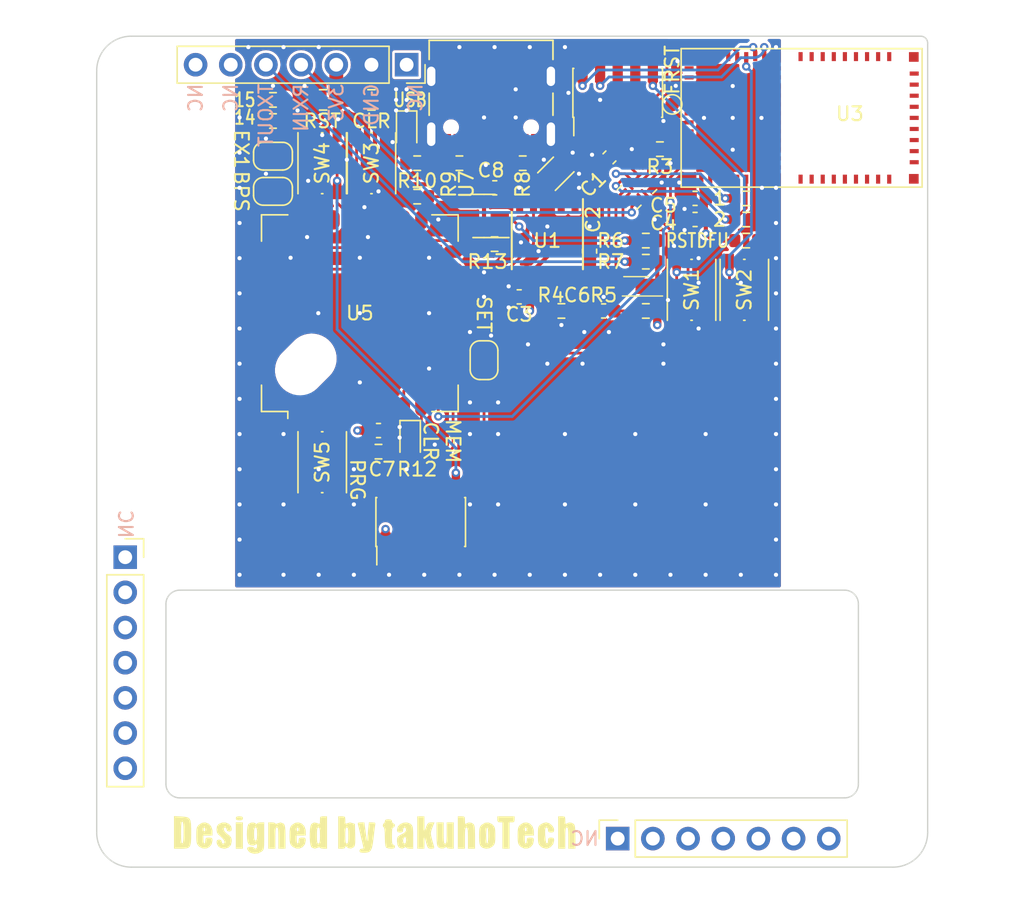
<source format=kicad_pcb>
(kicad_pcb (version 20211014) (generator pcbnew)
  (layers (0 "F.Cu" signal) (1 "In1.Cu" signal) (2 "In2.Cu" signal) (31 "B.Cu" signal) (34 "B.Paste" user) (35 "F.Paste" user) (36 "B.SilkS" user "B.Silkscreen") (37 "F.SilkS" user "F.Silkscreen") (38 "B.Mask" user) (39 "F.Mask" user) (44 "Edge.Cuts" user))
  (net 0 "")
  (net 1 "GND")
  (net 2 "+3.3V")
  (net 3 "/DTR")
  (net 4 "/nRF_RST")
  (net 5 "Net-(D2-Pad2)")
  (net 6 "/SWDIO")
  (net 7 "/SWDCLK")
  (net 8 "/SWO")
  (net 12 "PICO_TX")
  (net 13 "PICO_RX")
  (net 24 "VBUS")
  (net 25 "Net-(J6-PadA5)")
  (net 26 "/D+")
  (net 27 "/D-")
  (net 28 "Net-(J6-PadB5)")
  (net 29 "/SEL0")
  (net 30 "/SEL1")
  (net 31 "/nRF52_TXD")
  (net 32 "Net-(R3-Pad2)")
  (net 33 "Net-(R4-Pad1)")
  (net 34 "/CH340K_TXD")
  (net 37 "/CH340K_RXD")
  (net 38 "TWE_RX_SUB")
  (net 39 "/nRF52_RXD")
  (net 40 "/SDA")
  (net 41 "/DFU")
  (net 43 "/SCL")
  (net 44 "/FRST")
  (net 46 "/TWE_SET")
  (net 51 "Net-(U3-Pad24)")
  (net 52 "Net-(U3-Pad34)")
  (net 88 "TWE_TX_SUB")
  (net 89 "Net-(D3-Pad2)")
  (net 90 "Net-(R12-Pad1)")
  (net 91 "/TWE_CLR")
  (net 92 "/TWE_RST")
  (net 93 "/TWE_PRG")
  (net 94 "TWE_TX")
  (net 98 "TWE_RX")
  (net 102 "/TWE_UART_RTS")
  (net 105 "Net-(R15-Pad2)")
  (net 106 "/EX1")
  (net 107 "/BPS")
  (net 108 "/DIO12")
  (net 109 "Net-(R16-Pad1)")
  (footprint "LOGO:Logo_takuhoTech" (layer "F.Cu") (at 135 127.5)
    (fp_text reference "G***" hide)
    (fp_text value "LOGO" hide)
  )
  (footprint "Jumper:SolderJumper-2_P1.3mm_Open_RoundedPad1.0x1.5mm" (layer "F.Cu") (at 127.728 78.664)
    (fp_text reference "JP1" hide)
    (fp_text value "EX1")
  )
  (footprint "MountingHole:MountingHole_2.2mm_M2" (layer "F.Cu") (at 117.5 72.5)
    (fp_text reference "REF**" hide)
    (fp_text value "MountingHole_2.2mm_M2")
  )
  (footprint "Resistor_SMD:R_0603_1608Metric" (layer "F.Cu") (at 141.19 79.172 180)
    (fp_text reference "R9")
    (fp_text value "5.1k")
  )
  (footprint "Connector_PinSocket_2.54mm:PinSocket_1x07_P2.54mm_Vertical" (layer "F.Cu") (at 117.06 107.62)
    (fp_text reference "J3" hide)
    (fp_text value "Conn_01x07")
  )
  (footprint "Package_DFN_QFN_extlib:Texas_RMG0012A_1.8x1.8mm_P0.4mm" (layer "F.Cu") (at 154.017 81.077 -45)
    (fp_text reference "U2" hide)
    (fp_text value "TMUX131")
  )
  (footprint "Button_Switch_SMD:SW_Push_1P1T_NO_Vertical_Wuerth_434133025816" (layer "F.Cu") (at 157.954 88.316 90)
    (fp_text reference "SW1")
    (fp_text value "nRF_RESET")
  )
  (footprint "Capacitor_SMD:C_0805_2012Metric" (layer "F.Cu") (at 131.35 74.6 180)
    (fp_text reference "C9" hide)
    (fp_text value "10μF35V X5R 2012")
  )
  (footprint "Resistor_SMD:R_0603_1608Metric" (layer "F.Cu") (at 161.9 83.236)
    (fp_text reference "R2" hide)
    (fp_text value "10k")
  )
  (footprint "Capacitor_SMD:C_0603_1608Metric" (layer "F.Cu") (at 143.743 80.95 180)
    (fp_text reference "C8")
    (fp_text value "0.1u")
  )
  (footprint "Resistor_SMD:R_0603_1608Metric" (layer "F.Cu") (at 127.728 76.124 180)
    (fp_text reference "R14" hide)
    (fp_text value "10k")
  )
  (footprint "Button_Switch_SMD:SW_Push_1P1T_NO_Vertical_Wuerth_434133025816" (layer "F.Cu") (at 134.84 79.172 90)
    (fp_text reference "SW3")
    (fp_text value "TWE_CLEAR")
  )
  (footprint "Capacitor_SMD:C_0603_1608Metric" (layer "F.Cu") (at 158.208 81.712 180)
    (fp_text reference "C5")
    (fp_text value "0.1u")
  )
  (footprint "Package_TO_SOT_SMD:SOT-23-5" (layer "F.Cu") (at 142.968 82.982 180)
    (fp_text reference "U7")
    (fp_text value "74AHC1G08")
  )
  (footprint "Button_Switch_SMD:SW_Push_1P1T_NO_Vertical_Wuerth_434133025816" (layer "F.Cu") (at 131.284 79.172 -90)
    (fp_text reference "SW4")
    (fp_text value "TWE_RESET")
  )
  (footprint "Capacitor_SMD:C_0603_1608Metric" (layer "F.Cu") (at 158.208 83.236 180)
    (fp_text reference "C4")
    (fp_text value "1u")
  )
  (footprint "Capacitor_SMD:C_0603_1608Metric" (layer "F.Cu") (at 151.604 89.84)
    (fp_text reference "C6")
    (fp_text value "0.1u")
  )
  (footprint "Button_Switch_SMD:SW_Push_1P1T_NO_Vertical_Wuerth_434133025816" (layer "F.Cu") (at 161.764 88.316 90)
    (fp_text reference "SW2")
    (fp_text value "nRF_DFU")
  )
  (footprint "Capacitor_SMD:C_0805_2012Metric" (layer "F.Cu") (at 134.84 74.6)
    (fp_text reference "C10" hide)
    (fp_text value "10μF35V X5R 2012")
  )
  (footprint "Resistor_SMD:R_0603_1608Metric" (layer "F.Cu") (at 148.556 89.84)
    (fp_text reference "R4")
    (fp_text value "33")
  )
  (footprint "LED_SMD:LED_0603_1608Metric" (layer "F.Cu") (at 137.634 99.238 -90)
    (fp_text reference "D3" hide)
    (fp_text value "TWE_CLEAR")
  )
  (footprint "Connector_PinHeader_1.27mm:PinHeader_2x05_P1.27mm_Vertical_SMD" (layer "F.Cu") (at 152.62 74.092 90)
    (fp_text reference "J1" hide)
    (fp_text value "SWD")
  )
  (footprint "TestPoint:TestPoint_Pad_D1.0mm" (layer "F.Cu") (at 156.557 74.925 90)
    (fp_text reference "TP1" hide)
    (fp_text value "FRST")
  )
  (footprint "Capacitor_SMD:C_0603_1608Metric" (layer "F.Cu") (at 152.025008 78.750992 -135)
    (fp_text reference "C1")
    (fp_text value "0.1u")
  )
  (footprint "Package_TO_SOT_SMD:SOT-666" (layer "F.Cu") (at 148.048 79.934 -135)
    (fp_text reference "U4" hide)
    (fp_text value "USBLC6-2P6")
  )
  (footprint "Capacitor_SMD:C_0603_1608Metric" (layer "F.Cu") (at 135.348 98.476 180)
    (fp_text reference "C7")
    (fp_text value "1u")
  )
  (footprint "CUHS20S30:CUHS20S30" (layer "F.Cu") (at 153.956 88.062 180)
    (fp_text reference "D1" hide)
    (fp_text value "CUHS20S30" hide)
  )
  (footprint "Resistor_SMD:R_0603_1608Metric" (layer "F.Cu") (at 138.142 79.172 180)
    (fp_text reference "R10")
    (fp_text value "1k")
  )
  (footprint "MountingHole:MountingHole_2.2mm_M2" (layer "F.Cu") (at 117.5 127.5)
    (fp_text reference "REF**" hide)
    (fp_text value "MountingHole_2.2mm_M2")
  )
  (footprint "Resistor_SMD:R_0603_1608Metric" (layer "F.Cu") (at 154.652 86.284 180)
    (fp_text reference "R7")
    (fp_text value "10k")
  )
  (footprint "Resistor_SMD:R_0603_1608Metric" (layer "F.Cu") (at 155.668 78.156)
    (fp_text reference "R3")
    (fp_text value "33")
  )
  (footprint "Resistor_SMD:R_0603_1608Metric" (layer "F.Cu") (at 135.348 100)
    (fp_text reference "R12")
    (fp_text value "1k")
  )
  (footprint "RF_Module_extlib:ISP4520-AS_with_Keep-Out" (layer "F.Cu") (at 174.5 71)
    (fp_text reference "U3")
    (fp_text value "ISP4520-AS")
  )
  (footprint "Resistor_SMD:R_0603_1608Metric" (layer "F.Cu") (at 161.9 84.76)
    (fp_text reference "R11" hide)
    (fp_text value "10k")
  )
  (footprint "Jumper:SolderJumper-2_P1.3mm_Open_RoundedPad1.0x1.5mm" (layer "F.Cu") (at 127.728 81.204)
    (fp_text reference "JP2" hide)
    (fp_text value "BPS")
  )
  (footprint "Connector_PinHeader_1.27mm:PinHeader_2x05_P1.27mm_Vertical_SMD" (layer "F.Cu") (at 138.396 105.08 90)
    (fp_text reference "J7" hide)
    (fp_text value "TWELITER")
  )
  (footprint "Resistor_SMD:R_0603_1608Metric" (layer "F.Cu") (at 154.652 89.84 180)
    (fp_text reference "R5")
    (fp_text value "10k")
  )
  (footprint "Resistor_SMD:R_0603_1608Metric" (layer "F.Cu") (at 143.73 85.014)
    (fp_text reference "R13")
    (fp_text value "10k")
  )
  (footprint "Connector_PinSocket_2.54mm:PinSocket_1x07_P2.54mm_Vertical" (layer "F.Cu") (at 152.62 127.94 90)
    (fp_text reference "J4" hide)
    (fp_text value "Conn_01x07")
  )
  (footprint "Resistor_SMD:R_0603_1608Metric" (layer "F.Cu") (at 154.652 84.76 180)
    (fp_text reference "R6")
    (fp_text value "10k")
  )
  (footprint "Capacitor_SMD:C_0603_1608Metric" (layer "F.Cu") (at 150.588 85.522 90)
    (fp_text reference "C2")
    (fp_text value "0.1u")
  )
  (footprint "Resistor_SMD:R_0603_1608Metric" (layer "F.Cu") (at 127.728 74.6 180)
    (fp_text reference "R15" hide)
    (fp_text value "10k")
  )
  (footprint "MountingHole:MountingHole_2.2mm_M2" (layer "F.Cu") (at 172.5 127.5)
    (fp_text reference "REF**" hide)
    (fp_text value "MountingHole_2.2mm_M2")
  )
  (footprint "Button_Switch_SMD:SW_Push_1P1T_NO_Vertical_Wuerth_434133025816" (layer "F.Cu") (at 131.284 100.762 -90)
    (fp_text reference "SW5")
    (fp_text value "TWE_PRG")
  )
  (footprint "Jumper:SolderJumper-2_P1.3mm_Open_RoundedPad1.0x1.5mm" (layer "F.Cu") (at 142.968 93.396 90)
    (fp_text reference "JP3" hide)
    (fp_text value "SET")
  )
  (footprint "Resistor_SMD:R_0603_1608Metric" (layer "F.Cu") (at 161.9 81.712)
    (fp_text reference "R1" hide)
    (fp_text value "10k")
  )
  (footprint "LED_SMD:LED_0603_1608Metric" (layer "F.Cu") (at 137.38 76.886 -90)
    (fp_text reference "D2" hide)
    (fp_text value "USB")
  )
  (footprint "Package_SO:SSOP-10_3.9x4.9mm_P1.00mm" (layer "F.Cu") (at 147.54 84.76 -90)
    (fp_text reference "U1")
    (fp_text value "CH340K")
  )
  (footprint "Resistor_SMD:R_0603_1608Metric" (layer "F.Cu") (at 138.142 81.585 180)
    (fp_text reference "R16" hide)
    (fp_text value "DNF")
  )
  (footprint "Connector_USB_extlib:USB_C_Receptacle_5077CR-16-SMC2-BK-TR" (layer "F.Cu") (at 143.476 75.108 180)
    (fp_text reference "J6" hide)
    (fp_text value "USB_C_Receptacle_USB2.0")
  )
  (footprint "Capacitor_SMD:C_0603_1608Metric" (layer "F.Cu") (at 145.508 88.824 180)
    (fp_text reference "C3")
    (fp_text value "0.1u")
  )
  (footprint "RF_Module:MonoWireless_TWE-L-WX" (layer "F.Cu") (at 134 90 90)
    (fp_text reference "U5")
    (fp_text value "MW-R-WX")
  )
  (footprint "Resistor_SMD:R_0603_1608Metric" (layer "F.Cu") (at 145.762 79.172)
    (fp_text reference "R8")
    (fp_text value "5.1k")
  )
  (footprint "Connector_PinSocket_2.54mm:PinSocket_1x07_P2.54mm_Vertical" (layer "F.Cu") (at 137.38 72.06 -90)
    (fp_text reference "J2" hide)
    (fp_text value "Conn_01x07")
  )
  (gr_arc (start 174.5 70) (mid 174.853553 70.146447) (end 175 70.5) (layer "Edge.Cuts") (width 0.1))
  (gr_arc (start 115 72.5) (mid 115.732233 70.732233) (end 117.5 70) (layer "Edge.Cuts") (width 0.1))
  (gr_line (start 120 111) (end 120 124) (layer "Edge.Cuts") (width 0.1))
  (gr_line (start 169 110) (end 121 110) (layer "Edge.Cuts") (width 0.1))
  (gr_arc (start 175 127.5) (mid 174.267767 129.267767) (end 172.5 130) (layer "Edge.Cuts") (width 0.1))
  (gr_arc (start 170 124) (mid 169.707107 124.707107) (end 169 125) (layer "Edge.Cuts") (width 0.1))
  (gr_line (start 169 125) (end 121 125) (layer "Edge.Cuts") (width 0.1))
  (gr_line (start 117.5 70) (end 174.5 70) (layer "Edge.Cuts") (width 0.1))
  (gr_arc (start 117.5 130) (mid 115.732233 129.267767) (end 115 127.5) (layer "Edge.Cuts") (width 0.1))
  (gr_line (start 117.5 130) (end 172.5 130) (layer "Edge.Cuts") (width 0.1))
  (gr_line (start 170 124) (end 170 111) (layer "Edge.Cuts") (width 0.1))
  (gr_line (start 175 70.5) (end 175 127.5) (layer "Edge.Cuts") (width 0.1))
  (gr_line (start 115 127.5) (end 115 72.5) (layer "Edge.Cuts") (width 0.1))
  (gr_arc (start 120 111) (mid 120.292893 110.292893) (end 121 110) (layer "Edge.Cuts") (width 0.1))
  (gr_arc (start 121 125) (mid 120.292893 124.707107) (end 120 124) (layer "Edge.Cuts") (width 0.1))
  (gr_arc (start 169 110) (mid 169.707107 110.292893) (end 170 111) (layer "Edge.Cuts") (width 0.1))
  (gr_text "NC" (at 124.68 73.33 90) (layer "B.SilkS") (effects (font (size 1 1)) (justify left mirror)))
  (gr_text "3V3" (at 132.3 73.33 90) (layer "B.SilkS") (effects (font (size 1 1)) (justify left mirror)))
  (gr_text "RXIN" (at 129.76 73.33 90) (layer "B.SilkS") (effects (font (size 1 1)) (justify left mirror)))
  (gr_text "TXOUT" (at 127.22 73.33 90) (layer "B.SilkS") (effects (font (size 1 1)) (justify left mirror)))
  (gr_text "NC" (at 138.015 73.33 90) (layer "B.SilkS") (effects (font (size 1 1)) (justify left mirror)))
  (gr_text "NC" (at 151.35 127.94) (layer "B.SilkS") (effects (font (size 1 1)) (justify left mirror)))
  (gr_text "NC" (at 117.06 106.35 270) (layer "B.SilkS") (effects (font (size 1 1)) (justify left mirror)))
  (gr_text "NC" (at 122.14 73.33 90) (layer "B.SilkS") (effects (font (size 1 1)) (justify left mirror)))
  (gr_text "GND" (at 134.84 73.33 90) (layer "B.SilkS") (effects (font (size 1 1)) (justify left mirror)))
  (gr_text "2" (at 159.986 83.236) (layer "F.SilkS") (effects (font (size 1 1))))
  (gr_text "USB" (at 137.634 74.6) (layer "F.SilkS") (effects (font (size 1 0.8))))
  (gr_text "1" (at 159.986 81.712) (layer "F.SilkS") (effects (font (size 1 1))))
  (gr_text "DFU" (at 159.478 84.76) (layer "F.SilkS") (effects (font (size 1 0.8))))
  (gr_text "CLR" (at 134.84 76.124) (layer "F.SilkS") (effects (font (size 1 1))))
  (gr_text "RST" (at 157.192 84.76) (layer "F.SilkS") (effects (font (size 1 0.8))))
  (gr_text "BPS" (at 125.442 81.204 270) (layer "F.SilkS") (effects (font (size 1 1))))
  (gr_text "MEM\nCLR" (at 139.92 99.238 270) (layer "F.SilkS") (effects (font (size 1 1))))
  (gr_text "FRST" (at 156.557 72.441 90) (layer "F.SilkS") (effects (font (size 1 1))))
  (gr_text "EX1" (at 125.442 78.156 270) (layer "F.SilkS") (effects (font (size 1 1))))
  (gr_text "RST" (at 131.284 76.124) (layer "F.SilkS") (effects (font (size 1 1))))
  (gr_text "15" (at 125.696 74.6) (layer "F.SilkS") (effects (font (size 1 0.8))))
  (gr_text "SET" (at 142.968 90.094 270) (layer "F.SilkS") (effects (font (size 1 1))))
  (gr_text "PRG" (at 133.824 102.032 270) (layer "F.SilkS") (effects (font (size 1 1))))
  (gr_text "14" (at 125.696 75.87) (layer "F.SilkS") (effects (font (size 1 0.8))))
  (via (at 155.795 80.569) (size 0.6) (drill 0.3) (layers "F.Cu" "B.Cu") (net 1))
  (via (at 164.05 88.57) (size 0.6) (drill 0.3) (layers "F.Cu" "B.Cu") (net 1))
  (via (at 134.332 82.347) (size 0.6) (drill 0.3) (layers "F.Cu" "B.Cu") (net 1))
  (via (at 125.95 70.79) (size 0.6) (drill 0.3) (layers "F.Cu" "B.Cu") (net 1))
  (via (at 142.968 88.824) (size 0.6) (drill 0.3) (layers "F.Cu" "B.Cu") (net 1))
  (via (at 146.27 108.89) (size 0.6) (drill 0.3) (layers "F.Cu" "B.Cu") (net 1))
  (via (at 164.05 80.95) (size 0.6) (drill 0.3) (layers "F.Cu" "B.Cu") (net 1))
  (via (at 133.57 103.81) (size 0.6) (drill 0.3) (layers "F.Cu" "B.Cu") (net 1))
  (via (at 137.38 74.6) (size 0.6) (drill 0.3) (layers "F.Cu" "B.Cu") (net 1))
  (via (at 158.97 103.81) (size 0.6) (drill 0.3) (layers "F.Cu" "B.Cu") (net 1))
  (via (at 150.7658 78.5624) (size 0.6) (drill 0.3) (layers "F.Cu" "B.Cu") (net 1))
  (via (at 146.27 70.79) (size 0.6) (drill 0.3) (layers "F.Cu" "B.Cu") (net 1))
  (via (at 146.905 85.522) (size 0.6) (drill 0.3) (layers "F.Cu" "B.Cu") (net 1))
  (via (at 148.81 108.89) (size 0.6) (drill 0.3) (layers "F.Cu" "B.Cu") (net 1))
  (via (at 158.97 98.73) (size 0.6) (drill 0.3) (layers "F.Cu" "B.Cu") (net 1))
  (via (at 163 75.9) (size 0.6) (drill 0.3) (layers "F.Cu" "B.Cu") (net 1))
  (via (at 156.811 73.584) (size 0.6) (drill 0.3) (layers "F.Cu" "B.Cu") (net 1))
  (via (at 164.05 103.81) (size 0.6) (drill 0.3) (layers "F.Cu" "B.Cu") (net 1))
  (via (at 158.85 75.9) (size 0.6) (drill 0.3) (layers "F.Cu" "B.Cu") (net 1))
  (via (at 161.51 108.89) (size 0.6) (drill 0.3) (layers "F.Cu" "B.Cu") (net 1))
  (via (at 148.81 70.79) (size 0.6) (drill 0.3) (layers "F.Cu" "B.Cu") (net 1))
  (via (at 148.81 98.73) (size 0.6) (drill 0.3) (layers "F.Cu" "B.Cu") (net 1))
  (via (at 156.43 79.172) (size 0.6) (drill 0.3) (layers "F.Cu" "B.Cu") (net 1))
  (via (at 151.35 108.89) (size 0.6) (drill 0.3) (layers "F.Cu" "B.Cu") (net 1))
  (via (at 148.81 103.81) (size 0.6) (drill 0.3) (layers "F.Cu" "B.Cu") (net 1))
  (via (at 131 90) (size 0.6) (drill 0.3) (layers "F.Cu" "B.Cu") (net 1))
  (via (at 150.08 93.65) (size 0.6) (drill 0.3) (layers "F.Cu" "B.Cu") (net 1))
  (via (at 130.1918 84.506) (size 0.6) (drill 0.3) (layers "F.Cu" "B.Cu") (net 1))
  (via (at 129 86) (size 0.6) (drill 0.3) (layers "F.Cu" "B.Cu") (net 1))
  (via (at 136.364 77.648) (size 0.6) (drill 0.3) (layers "F.Cu" "B.Cu") (net 1))
  (via (at 134.586 84.506) (size 0.6) (drill 0.3) (layers "F.Cu" "B.Cu") (net 1))
  (via (at 145.254 73.838) (size 0.6) (drill 0.3) (layers "F.Cu" "B.Cu") (net 1))
  (via (at 134 90) (size 0.6) (drill 0.3) (layers "F.Cu" "B.Cu") (net 1))
  (via (at 160.925 78.2) (size 0.6) (drill 0.3) (layers "F.Cu" "B.Cu") (net 1))
  (via (at 125.315 98.73) (size 0.6) (drill 0.3) (layers "F.Cu" "B.Cu") (net 1))
  (via (at 155.287 83.236) (size 0.6) (drill 0.3) (layers "F.Cu" "B.Cu") (net 1))
  (via (at 125.315 103.81) (size 0.6) (drill 0.3) (layers "F.Cu" "B.Cu") (net 1))
  (via (at 136.872 98.222) (size 0.6) (drill 0.3) (layers "F.Cu" "B.Cu") (net 1))
  (via (at 144.746 88.062) (size 0.6) (drill 0.3) (layers "F.Cu" "B.Cu") (net 1))
  (via (at 145.508 80.95) (size 0.6) (drill 0.3) (layers "F.Cu" "B.Cu") (net 1))
  (via (at 164.05 108.89) (size 0.6) (drill 0.3) (layers "F.Cu" "B.Cu") (net 1))
  (via (at 164.05 70.79) (size 0.6) (drill 0.3) (layers "F.Cu" "B.Cu") (net 1))
  (via (at 130.014 73.584) (size 0.6) (drill 0.3) (layers "F.Cu" "B.Cu") (net 1))
  (via (at 153.89 108.89) (size 0.6) (drill 0.3) (layers "F.Cu" "B.Cu") (net 1))
  (via (at 151.35 74.6) (size 0.6) (drill 0.3) (layers "F.Cu" "B.Cu") (net 1))
  (via (at 158.462 86.03) (size 0.6) (drill 0.3) (layers "F.Cu" "B.Cu") (net 1))
  (via (at 143.095 79.299) (size 0.6) (drill 0.3) (layers "F.Cu" "B.Cu") (net 1))
  (via (at 143.73 108.89) (size 0.6) (drill 0.3) (layers "F.Cu" "B.Cu") (net 1))
  (via (at 164.05 91.11) (size 0.6) (drill 0.3) (layers "F.Cu" "B.Cu") (net 1))
  (via (at 125.315 83.49) (size 0.6) (drill 0.3) (layers "F.Cu" "B.Cu") (net 1))
  (via (at 131.284 77.14) (size 0.6) (drill 0.3) (layers "F.Cu" "B.Cu") (net 1))
  (via (at 132.427 75.997) (size 0.6) (drill 0.3) (layers "F.Cu" "B.Cu") (net 1))
  (via (at 131.03 101.27) (size 0.6) (drill 0.3) (layers "F.Cu" "B.Cu") (net 1))
  (via (at 141.952 98.73) (size 0.6) (drill 0.3) (layers "F.Cu" "B.Cu") (net 1))
  (via (at 130.268 80.442) (size 0.6) (drill 0.3) (layers "F.Cu" "B.Cu") (net 1))
  (via (at 149.826 80.95) (size 0.6) (drill 0.3) (layers "F.Cu" "B.Cu") (net 1))
  (via (at 155.922 92.253) (size 0.6) (drill 0.3) (layers "F.Cu" "B.Cu") (net 1))
  (via (at 164.05 96.19) (size 0.6) (drill 0.3) (layers "F.Cu" "B.Cu") (net 1))
  (via (at 157.446 82.474) (size 0.6) (drill 0.3) (layers "F.Cu" "B.Cu") (net 1))
  (via (at 164.05 83.49) (size 0.6) (drill 0.3) (layers "F.Cu" "B.Cu") (net 1))
  (via (at 151.985 91.364) (size 0.6) (drill 0.3) (layers "F.Cu" "B.Cu") (net 1))
  (via (at 125.315 91.11) (size 0.6) (drill 0.3) (layers "F.Cu" "B.Cu") (net 1))
  (via (at 137.38 101.27) (size 0.6) (drill 0.3) (layers "F.Cu" "B.Cu") (net 1))
  (via (at 138.65 108.89) (size 0.6) (drill 0.3) (layers "F.Cu" "B.Cu") (net 1))
  (via (at 127.728 73.584) (size 0.6) (drill 0.3) (layers "F.Cu" "B.Cu") (net 1))
  (via (at 153.89 103.81) (size 0.6) (drill 0.3) (layers "F.Cu" "B.Cu") (net 1))
  (via (at 163.034 80.95) (size 0.6) (drill 0.3) (layers "F.Cu" "B.Cu") (net 1))
  (via (at 150.207 91.364) (size 0.6) (drill 0.3) (layers "F.Cu" "B.Cu") (net 1))
  (via (at 134 86) (size 0.6) (drill 0.3) (layers "F.Cu" "B.Cu") (net 1))
  (via (at 125.315 106.35) (size 0.6) (drill 0.3) (layers "F.Cu" "B.Cu") (net 1))
  (via (at 139.666 83.236) (size 0.6) (drill 0.3) (layers "F.Cu" "B.Cu") (net 1))
  (via (at 128.49 103.81) (size 0.6) (drill 0.3) (layers "F.Cu" "B.Cu") (net 1))
  (via (at 147.286 78.918) (size 0.6) (drill 0.3) (layers "F.Cu" "B.Cu") (net 1))
  (via (at 136.618 73.838) (size 0.6) (drill 0.3) (layers "F.Cu" "B.Cu") (net 1))
  (via (at 156.43 108.89) (size 0.6) (drill 0.3) (layers "F.Cu" "B.Cu") (net 1))
  (via (at 156.2522 89.0526) (size 0.6) (drill 0.3) (layers "F.Cu" "B.Cu") (net 1))
  (via (at 158.462 91.11) (size 0.6) (drill 0.3) (layers "F.Cu" "B.Cu") (net 1))
  (via (at 137.38 73.838) (size 0.6) (drill 0.3) (layers "F.Cu" "B.Cu") (net 1))
  (via (at 128.49 108.89) (size 0.6) (drill 0.3) (layers "F.Cu" "B.Cu") (net 1))
  (via (at 160.925 75.9) (size 0.6) (drill 0.3) (layers "F.Cu" "B.Cu") (net 1))
  (via (at 158.462 87.808) (size 0.6) (drill 0.3) (layers "F.Cu" "B.Cu") (net 1))
  (via (at 164.05 101.27) (size 0.6) (drill 0.3) (layers "F.Cu" "B.Cu") (net 1))
  (via (at 157.446 83.998) (size 0.6) (drill 0.3) (layers "F.Cu" "B.Cu") (net 1))
  (via (at 137.38 75.362) (size 0.6) (drill 0.3) (layers "F.Cu" "B.Cu") (net 1))
  (via (at 125.315 88.57) (size 0.6) (drill 0.3) (layers "F.Cu" "B.Cu") (net 1))
  (via (at 141.19 70.79) (size 0.6) (drill 0.3) (layers "F.Cu" "B.Cu") (net 1))
  (via (at 136.618 75.362) (size 0.6) (drill 0.3) (layers "F.Cu" "B.Cu") (net 1))
  (via (at 160.925 73.6) (size 0.6) (drill 0.3) (layers "F.Cu" "B.Cu") (net 1))
  (via (at 131.03 108.89) (size 0.6) (drill 0.3) (layers "F.Cu" "B.Cu") (net 1))
  (via (at 141.19 108.89) (size 0.6) (drill 0.3) (layers "F.Cu" "B.Cu") (net 1))
  (via (at 143.476 91.618) (size 0.6) (drill 0.3) (layers "F.Cu" "B.Cu") (net 1))
  (via (at 149.3688 78.41) (size 0.6) (drill 0.3) (layers "F.Cu" "B.Cu") (net 1))
  (via (at 144.746 89.586) (size 0.6) (drill 0.3) (layers "F.Cu" "B.Cu") (net 1))
  (via (at 158.97 108.89) (size 0.6) (drill 0.3) (layers "F.Cu" "B.Cu") (net 1))
  (via (at 129.506 75.362) (size 0.6) (drill 0.3) (layers "F.Cu" "B.Cu") (net 1))
  (via (at 139 94) (size 0.6) (drill 0.3) (layers "F.Cu" "B.Cu") (net 1))
  (via (at 164.05 86.03) (size 0.6) (drill 0.3) (layers "F.Cu" "B.Cu") (net 1))
  (via (at 164.05 106.35) (size 0.6) (drill 0.3) (layers "F.Cu" "B.Cu") (net 1))
  (via (at 125.315 75.87) (size 0.6) (drill 0.3) (layers "F.Cu" "B.Cu") (net 1))
  (via (at 143.73 70.79) (size 0.6) (drill 0.3) (layers "F.Cu" "B.Cu") (net 1))
  (via (at 135.348 81.204) (size 0.6) (drill 0.3) (layers "F.Cu" "B.Cu") (net 1))
  (via (at 139.412 99.492) (size 0.6) (drill 0.3) (layers "F.Cu" "B.Cu") (net 1))
  (via (at 145.254 75.87) (size 0.6) (drill 0.3) (layers "F.Cu" "B.Cu") (net 1))
  (via (at 128.49 98.73) (size 0.6) (drill 0.3) (layers "F.Cu" "B.Cu") (net 1))
  (via (at 153.89 98.73) (size 0.6) (drill 0.3) (layers "F.Cu" "B.Cu") (net 1))
  (via (at 161.51 87.808) (size 0.6) (drill 0.3) (layers "F.Cu" "B.Cu") (net 1))
  (via (at 136.872 98.984) (size 0.6) (drill 0.3) (layers "F.Cu" "B.Cu") (net 1))
  (via (at 131.03 70.79) (size 0.6) (drill 0.3) (layers "F.Cu" "B.Cu") (net 1))
  (via (at 157.065 80.569) (size 0.6) (drill 0.3) (layers "F.Cu" "B.Cu") (net 1))
  (via (at 155.922 76.124) (size 0.6) (drill 0.3) (layers "F.Cu" "B.Cu") (net 1))
  (via (at 147.54 83.744) (size 0.6) (drill 0.3) (layers "F.Cu" "B.Cu") (net 1))
  (via (at 125.315 86.03) (size 0.6) (drill 0.3) (layers "F.Cu" "B.Cu") (net 1))
  (via (at 127.22 77.394) (size 0.6) (drill 0.3) (layers "F.Cu" "B.Cu") (net 1))
  (via (at 125.315 78.41) (size 0.6) (drill 0.3) (layers "F.Cu" "B.Cu") (net 1))
  (via (at 149.064 74.092) (size 0.6) (drill 0.3) (layers "F.Cu" "B.Cu") (net 1))
  (via (at 134 95) (size 0.6) (drill 0.3) (layers "F.Cu" "B.Cu") (net 1))
  (via (at 155.922 93.65) (size 0.6) (drill 0.3) (layers "F.Cu" "B.Cu") (net 1))
  (via (at 127.22 79.934) (size 0.6) (drill 0.3) (layers "F.Cu" "B.Cu") (net 1))
  (via (at 142.968 87.046) (size 0.6) (drill 0.3) (layers "F.Cu" "B.Cu") (net 1))
  (via (at 141.952 91.364) (size 0.6) (drill 0.3) (layers "F.Cu" "B.Cu") (net 1))
  (via (at 156.684 85.141) (size 0.6) (drill 0.3) (layers "F.Cu" "B.Cu") (net 1))
  (via (at 125.315 101.27) (size 0.6) (drill 0.3) (layers "F.Cu" "B.Cu") (net 1))
  (via (at 125.315 96.19) (size 0.6) (drill 0.3) (layers "F.Cu" "B.Cu") (net 1))
  (via (at 156.938 71.806) (size 0.6) (drill 0.3) (layers "F.Cu" "B.Cu") (net 1))
  (via (at 136.11 108.89) (size 0.6) (drill 0.3) (layers "F.Cu" "B.Cu") (net 1))
  (via (at 148.556 90.856) (size 0.6) (drill 0.3) (layers "F.Cu" "B.Cu") (net 1))
  (via (at 164.05 98.73) (size 0.6) (drill 0.3) (layers "F.Cu" "B.Cu") (net 1))
  (via (at 145.635 84.887) (size 0.6) (drill 0.3) (layers "F.Cu" "B.Cu") (net 1))
  (via (at 136.618 74.6) (size 0.6) (drill 0.3) (layers "F.Cu" "B.Cu") (net 1))
  (via (at 133.57 101.27) (size 0.6) (drill 0.3) (layers "F.Cu" "B.Cu") (net 1))
  (via (at 143.984 98.73) (size 0.6) (drill 0.3) (layers "F.Cu" "B.Cu") (net 1))
  (via (at 141.952 96.444) (size 0.6) (drill 0.3) (layers "F.Cu" "B.Cu") (net 1))
  (via (at 149.826 79.934) (size 0.6) (drill 0.3) (layers "F.Cu" "B.Cu") (net 1))
  (via (at 150.588 83.744) (size 0.6) (drill 0.3) (layers "F.Cu" "B.Cu") (net 1))
  (via (at 143.984 103.81) (size 0.6) (drill 0.3) (layers "F.Cu" "B.Cu") (net 1))
  (via (at 133.062 78.918) (size 0.6) (drill 0.3) (layers "F.Cu" "B.Cu") (net 1))
  (via (at 153.636 78.156) (size 0.6) (drill 0.3) (layers "F.Cu" "B.Cu") (net 1))
  (via (at 125.315 108.89) (size 0.6) (drill 0.3) (layers "F.Cu" "B.Cu") (net 1))
  (via (at 143.984 96.444) (size 0.6) (drill 0.3) (layers "F.Cu" "B.Cu") (net 1))
  (via (at 142.968 75.87) (size 0.6) (drill 0.3) (layers "F.Cu" "B.Cu") (net 1))
  (via (at 125.315 80.95) (size 0.6) (drill 0.3) (layers "F.Cu" "B.Cu") (net 1))
  (via (at 164.05 93.65) (size 0.6) (drill 0.3) (layers "F.Cu" "B.Cu") (net 1))
  (via (at 147.54 93.65) (size 0.6) (drill 0.3) (layers "F.Cu" "B.Cu") (net 1))
  (via (at 125.315 93.65) (size 0.6) (drill 0.3) (layers "F.Cu" "B.Cu") (net 1))
  (via (at 139 90) (size 0.6) (drill 0.3) (layers "F.Cu" "B.Cu") (net 1))
  (via (at 151.604 88.824) (size 0.6) (drill 0.3) (layers "F.Cu" "B.Cu") (net 1))
  (via (at 146.143 92.253) (size 0.6) (drill 0.3) (layers "F.Cu" "B.Cu") (net 1))
  (via (at 139 86) (size 0.6) (drill 0.3) (layers "F.Cu" "B.Cu") (net 1))
  (via (at 133.57 108.89) (size 0.6) (drill 0.3) (layers "F.Cu" "B.Cu") (net 1))
  (via (at 128.49 70.79) (size 0.6) (drill 0.3) (layers "F.Cu" "B.Cu") (net 1))
  (via (at 141.952 103.81) (size 0.6) (drill 0.3) (layers "F.Cu" "B.Cu") (net 1))
  (segment (start 132.3 74.854) (end 132.3 74.6) (width 0.3) (layer "F.Cu") (net 2))
  (segment (start 130.825 82.171) (end 131.03 81.966) (width 0.3) (layer "F.Cu") (net 2))
  (segment (start 158.65 80.325) (end 158.65 80.908067) (width 0.3) (layer "F.Cu") (net 2))
  (segment (start 150.588 86.297) (end 150.588 87.046) (width 0.3) (layer "F.Cu") (net 2))
  (segment (start 130.825 83.265) (end 130.825 82.171) (width 0.3) (layer "F.Cu") (net 2))
  (segment (start 158.983 83.236) (end 158.983 84.252) (width 0.3) (layer "F.Cu") (net 2))
  (segment (start 141.952 84.506) (end 141.952 84.0535) (width 0.3) (layer "F.Cu") (net 2))
  (segment (start 155.477 88.824) (end 155.477 88.062) (width 0.3) (layer "F.Cu") (net 2))
  (segment (start 142.905 85.014) (end 142.905 84.76) (width 0.3) (layer "F.Cu") (net 2))
  (segment (start 153.37037 79.299) (end 154.158421 80.087051) (width 0.2) (layer "F.Cu") (net 2))
  (segment (start 159.491 84.76) (end 158.983 84.252) (width 0.3) (layer "F.Cu") (net 2))
  (segment (start 151.477 78.283) (end 151.477 79.299) (width 0.3) (layer "F.Cu") (net 2))
  (segment (start 128.553 76.949) (end 128.553 76.124) (width 0.3) (layer "F.Cu") (net 2))
  (segment (start 128.553 76.124) (end 128.553 74.6) (width 0.3) (layer "F.Cu") (net 2))
  (segment (start 142.905 84.76) (end 142.206 84.76) (width 0.3) (layer "F.Cu") (net 2))
  (segment (start 142.35479 80.696) (end 137.126 80.696) (width 0.3) (layer "F.Cu") (net 2))
  (segment (start 150.08 76.886) (end 151.477 78.283) (width 0.3) (layer "F.Cu") (net 2))
  (segment (start 151.477 79.299) (end 153.37037 79.299) (width 0.2) (layer "F.Cu") (net 2))
  (segment (start 135.094 75.997) (end 133.89 74.793) (width 0.3) (layer "F.Cu") (net 2))
  (segment (start 137.126 80.696) (end 135.094 78.664) (width 0.3) (layer "F.Cu") (net 2))
  (segment (start 134.573 98.476) (end 133.824 98.476) (width 0.6) (layer "F.Cu") (net 2))
  (segment (start 146.54 86.903) (end 146.54 87.31) (width 0.3) (layer "F.Cu") (net 2))
  (segment (start 161.075 84.76) (end 159.491 84.76) (width 0.3) (layer "F.Cu") (net 2))
  (segment (start 146.54 88.567) (end 146.283 88.824) (width 0.3) (layer "F.Cu") (net 2))
  (segment (start 155.477 88.062) (end 154.906 88.062) (width 0.3) (layer "F.Cu") (net 2))
  (segment (start 134.635 98.414) (end 134.573 98.476) (width 0.3) (layer "F.Cu") (net 2))
  (segment (start 150.08 76.042) (end 150.08 76.886) (width 0.3) (layer "F.Cu") (net 2))
  (segment (start 141.952 84.0535) (end 141.8305 83.932) (width 0.3) (layer "F.Cu") (net 2))
  (segment (start 131.03 81.966) (end 131.03 79.426) (width 0.3) (layer "F.Cu") (net 2))
  (segment (start 132.3 72.06) (end 132.3 74.6) (width 1) (layer "F.Cu") (net 2))
  (segment (start 155.477 89.84) (end 155.477 88.824) (width 0.3) (layer "F.Cu") (net 2))
  (segment (start 150.588 86.297) (end 150.067 85.776) (width 0.3) (layer "F.Cu") (net 2))
  (segment (start 155.477 89.84) (end 155.477 90.856) (width 0.6) (layer "F.Cu") (net 2))
  (segment (start 135.094 78.664) (end 135.094 75.997) (width 0.3) (layer "F.Cu") (net 2))
  (segment (start 150.588 87.046) (end 150.324 87.31) (width 0.3) (layer "F.Cu") (net 2))
  (segment (start 133.89 74.793) (end 133.89 74.6) (width 0.3) (layer "F.Cu") (net 2))
  (segment (start 150.324 87.31) (end 149.54 87.31) (width 0.3) (layer "F.Cu") (net 2))
  (segment (start 142.968 83.236) (end 142.968 80.95) (width 0.3) (layer "F.Cu") (net 2))
  (segment (start 142.206 84.76) (end 141.952 84.506) (width 0.3) (layer "F.Cu") (net 2))
  (segment (start 146.54 87.31) (end 146.54 88.567) (width 0.3) (layer "F.Cu") (net 2))
  (segment (start 134.635 96.735) (end 134.635 98.414) (width 0.3) (layer "F.Cu") (net 2))
  (segment (start 155.477 86.284) (end 155.477 88.062) (width 0.3) (layer "F.Cu") (net 2))
  (segment (start 147.667 85.776) (end 146.54 86.903) (width 0.3) (layer "F.Cu") (net 2))
  (segment (start 146.283 88.824) (end 146.283 89.84) (width 0.6) (layer "F.Cu") (net 2))
  (segment (start 131.03 76.124) (end 132.3 74.854) (width 0.3) (layer "F.Cu") (net 2))
  (segment (start 132.3 74.6) (end 133.89 74.6) (width 1) (layer "F.Cu") (net 2))
  (segment (start 130.825 83.265) (end 132.095 83.265) (width 0.3) (layer "F.Cu") (net 2))
  (segment (start 141.8305 83.932) (end 142.272 83.932) (width 0.3) (layer "F.Cu") (net 2))
  (segment (start 151.477 85.408) (end 150.588 86.297) (width 0.3) (layer "F.Cu") (net 2))
  (segment (start 158.983 81.712) (end 158.983 83.236) (width 0.3) (layer "F.Cu") (net 2))
  (segment (start 131.03 79.426) (end 128.553 76.949) (width 0.3) (layer "F.Cu") (net 2))
  (segment (start 142.272 83.932) (end 142.968 83.236) (width 0.3) (layer "F.Cu") (net 2))
  (segment (start 155.477 84.76) (end 155.477 86.284) (width 0.3) (layer "F.Cu") (net 2))
  (segment (start 135.856 107.03) (end 135.856 105.588) (width 0.6) (layer "F.Cu") (net 2))
  (segment (start 151.477 79.299) (end 151.477 85.408) (width 0.3) (layer "F.Cu") (net 2))
  (segment (start 150.067 85.776) (end 147.667 85.776) (width 0.3) (layer "F.Cu") (net 2))
  (segment (start 128.553 76.124) (end 131.03 76.124) (width 0.3) (layer "F.Cu") (net 2))
  (via (at 158.983 84.252) (size 0.6) (drill 0.3) (layers "F.Cu" "B.Cu") (net 2))
  (via (at 155.477 90.856) (size 0.6) (drill 0.3) (layers "F.Cu" "B.Cu") (net 2))
  (via (at 133.824 98.476) (size 0.6) (drill 0.3) (layers "F.Cu" "B.Cu") (net 2))
  (via (at 146.283 89.84) (size 0.6) (drill 0.3) (layers "F.Cu" "B.Cu") (net 2))
  (via (at 135.856 105.588) (size 0.6) (drill 0.3) (layers "F.Cu" "B.Cu") (net 2))
  (arc (start 158.65 80.908067) (mid 158.736544 81.343152) (end 158.983 81.712) (width 0.3) (layer "F.Cu") (net 2))
  (arc (start 142.968 80.95) (mid 142.686656 80.762013) (end 142.35479 80.696) (width 0.3) (layer "F.Cu") (net 2))
  (segment (start 143.73 87.808) (end 143.73 89.586) (width 0.2) (layer "F.Cu") (net 3))
  (segment (start 146.54 82.21) (end 146.54 84.998) (width 0.2) (layer "F.Cu") (net 3))
  (segment (start 145.762 91.618) (end 149.051 91.618) (width 0.2) (layer "F.Cu") (net 3))
  (segment (start 146.54 84.998) (end 143.73 87.808) (width 0.2) (layer "F.Cu") (net 3))
  (segment (start 143.73 89.586) (end 145.762 91.618) (width 0.2) (layer "F.Cu") (net 3))
  (segment (start 149.051 91.618) (end 150.829 89.84) (width 0.2) (layer "F.Cu") (net 3))
  (segment (start 160.494 70.4344) (end 156.6586 70.4344) (width 0.2) (layer "F.Cu") (net 4))
  (segment (start 152.379 89.84) (end 152.379 88.811) (width 0.2) (layer "F.Cu") (net 4))
  (segment (start 153.827 90.793) (end 154.652 91.618) (width 0.2) (layer "F.Cu") (net 4))
  (segment (start 155.16 71.298) (end 155.16 72.142) (width 0.2) (layer "F.Cu") (net 4))
  (segment (start 156.879 90.661) (end 156.879 90.391) (width 0.2) (layer "F.Cu") (net 4))
  (segment (start 156.879 90.391) (end 156.879 87.046) (width 0.2) (layer "F.Cu") (net 4))
  (segment (start 152.379 88.811) (end 153.006 88.184) (width 0.2) (layer "F.Cu") (net 4))
  (segment (start 155.795 71.298) (end 155.16 71.298) (width 0.2) (layer "F.Cu") (net 4))
  (segment (start 153.827 89.84) (end 153.827 90.793) (width 0.2) (layer "F.Cu") (net 4))
  (segment (start 161.25 71.1904) (end 160.494 70.4344) (width 0.2) (layer "F.Cu") (net 4))
  (segment (start 156.6586 70.4344) (end 155.795 71.298) (width 0.2) (layer "F.Cu") (net 4))
  (segment (start 155.16 72.142) (end 155.16 73.584) (width 0.6) (layer "F.Cu") (net 4))
  (segment (start 161.25 71.475) (end 161.25 71.1904) (width 0.2) (layer "F.Cu") (net 4))
  (segment (start 153.006 88.184) (end 153.006 88.062) (width 0.2) (layer "F.Cu") (net 4))
  (segment (start 153.827 89.84) (end 152.379 89.84) (width 0.2) (layer "F.Cu") (net 4))
  (segment (start 156.879 86.241) (end 156.879 87.046) (width 0.6) (layer "F.Cu") (net 4))
  (segment (start 154.652 91.618) (end 155.922 91.618) (width 0.2) (layer "F.Cu") (net 4))
  (segment (start 155.922 91.618) (end 156.879 90.661) (width 0.2) (layer "F.Cu") (net 4))
  (via (at 155.16 73.584) (size 0.6) (drill 0.3) (layers "F.Cu" "B.Cu") (net 4))
  (via (at 156.879 87.046) (size 0.6) (drill 0.3) (layers "F.Cu" "B.Cu") (net 4))
  (segment (start 156.879 87.046) (end 158.462 87.046) (width 0.2) (layer "B.Cu") (net 4))
  (segment (start 161.764 83.744) (end 161.764 80.188) (width 0.2) (layer "B.Cu") (net 4))
  (segment (start 161.764 80.188) (end 155.16 73.584) (width 0.2) (layer "B.Cu") (net 4))
  (segment (start 158.462 87.046) (end 161.764 83.744) (width 0.2) (layer "B.Cu") (net 4))
  (segment (start 137.317 79.172) (end 137.317 77.7365) (width 0.2) (layer "F.Cu") (net 5))
  (segment (start 137.317 77.7365) (end 137.38 77.6735) (width 0.2) (layer "F.Cu") (net 5))
  (segment (start 150.08 72.142) (end 150.08 73.584) (width 0.6) (layer "F.Cu") (net 6))
  (segment (start 162.55 71.475) (end 162.55 71.154546) (width 0.3) (layer "F.Cu") (net 6))
  (via (at 150.08 73.584) (size 0.6) (drill 0.3) (layers "F.Cu" "B.Cu") (net 6))
  (via (at 162.399 70.79) (size 0.6) (drill 0.3) (layers "F.Cu" "B.Cu") (net 6))
  (arc (start 162.55 71.154546) (mid 162.510756 70.957255) (end 162.399 70.79) (width 0.3) (layer "F.Cu") (net 6))
  (segment (start 161.51 70.79) (end 159.859 72.441) (width 0.2) (layer "B.Cu") (net 6))
  (segment (start 161.51 70.79) (end 162.399 70.79) (width 0.2) (layer "B.Cu") (net 6))
  (segment (start 159.859 72.441) (end 151.223 72.441) (width 0.2) (layer "B.Cu") (net 6))
  (segment (start 151.223 72.441) (end 150.08 73.584) (width 0.2) (layer "B.Cu") (net 6))
  (segment (start 151.35 72.142) (end 151.35 73.584) (width 0.6) (layer "F.Cu") (net 7))
  (segment (start 163.2 71.475) (end 163.2 70.79) (width 0.3) (layer "F.Cu") (net 7))
  (via (at 163.2 70.79) (size 0.6) (drill 0.3) (layers "F.Cu" "B.Cu") (net 7))
  (via (at 151.35 73.584) (size 0.6) (drill 0.3) (layers "F.Cu" "B.Cu") (net 7))
  (segment (start 161.51 71.552) (end 162.438 71.552) (width 0.2) (layer "B.Cu") (net 7))
  (segment (start 151.985 72.949) (end 151.35 73.584) (width 0.2) (layer "B.Cu") (net 7))
  (segment (start 161.51 71.552) (end 160.113 72.949) (width 0.2) (layer "B.Cu") (net 7))
  (segment (start 160.113 72.949) (end 151.985 72.949) (width 0.2) (layer "B.Cu") (net 7))
  (arc (start 162.438 71.552) (mid 162.976815 71.328815) (end 163.2 70.79) (width 0.2) (layer "B.Cu") (net 7))
  (segment (start 156.176 71.552) (end 156.8872 70.8408) (width 0.2) (layer "F.Cu") (net 8))
  (segment (start 156.176 73.584) (end 156.176 71.552) (width 0.2) (layer "F.Cu") (net 8))
  (segment (start 152.62 73.838) (end 153.128 74.346) (width 0.2) (layer "F.Cu") (net 8))
  (segment (start 155.414 74.346) (end 156.176 73.584) (width 0.2) (layer "F.Cu") (net 8))
  (segment (start 152.62 72.142) (end 152.62 73.838) (width 0.2) (layer "F.Cu") (net 8))
  (segment (start 160.6 71.2008) (end 160.6 71.475) (width 0.2) (layer "F.Cu") (net 8))
  (segment (start 156.8872 70.8408) (end 160.24 70.8408) (width 0.2) (layer "F.Cu") (net 8))
  (segment (start 160.24 70.8408) (end 160.6 71.2008) (width 0.2) (layer "F.Cu") (net 8))
  (segment (start 153.128 74.346) (end 155.414 74.346) (width 0.2) (layer "F.Cu") (net 8))
  (segment (start 153.636 82.474) (end 153.636 82.728) (width 0.2) (layer "F.Cu") (net 12))
  (segment (start 153.875579 82.066949) (end 153.636 82.306528) (width 0.2) (layer "F.Cu") (net 12))
  (segment (start 153.636 82.306528) (end 153.636 82.474) (width 0.2) (layer "F.Cu") (net 12))
  (via (at 153.636 82.728) (size 0.6) (drill 0.3) (layers "F.Cu" "B.Cu") (net 12))
  (segment (start 140.428 82.728) (end 129.76 72.06) (width 0.2) (layer "B.Cu") (net 12))
  (segment (start 153.636 82.728) (end 140.428 82.728) (width 0.2) (layer "B.Cu") (net 12))
  (segment (start 153.827 86.284) (end 154.652 85.459) (width 0.2) (layer "F.Cu") (net 13))
  (segment (start 153.827 86.284) (end 153.128 86.284) (width 0.6) (layer "F.Cu") (net 13))
  (segment (start 154.652 85.459) (end 154.652 81.994843) (width 0.2) (layer "F.Cu") (net 13))
  (segment (start 154.652 81.994843) (end 154.335198 81.678041) (width 0.2) (layer "F.Cu") (net 13))
  (via (at 153.128 86.284) (size 0.6) (drill 0.3) (layers "F.Cu" "B.Cu") (net 13))
  (segment (start 141.444 86.284) (end 127.22 72.06) (width 0.2) (layer "B.Cu") (net 13))
  (segment (start 153.128 86.284) (end 141.444 86.284) (width 0.2) (layer "B.Cu") (net 13))
  (segment (start 145.762 80.061) (end 141.19 80.061) (width 0.3) (layer "F.Cu") (net 24))
  (segment (start 146.651 80.95) (end 145.762 80.061) (width 0.3) (layer "F.Cu") (net 24))
  (segment (start 147.393926 80.588074) (end 147.032 80.95) (width 0.3) (layer "F.Cu") (net 24))
  (segment (start 147.032 80.95) (end 146.651 80.95) (width 0.3) (layer "F.Cu") (net 24))
  (segment (start 141.19 80.061) (end 141.19 77.643) (width 0.3) (layer "F.Cu") (net 24))
  (segment (start 139.856 80.061) (end 138.967 79.172) (width 0.3) (layer "F.Cu") (net 24))
  (segment (start 145.762 77.757) (end 145.876 77.643) (width 0.3) (layer "F.Cu") (net 24))
  (segment (start 145.762 80.061) (end 145.762 77.757) (width 0.3) (layer "F.Cu") (net 24))
  (segment (start 141.19 77.643) (end 141.076 77.643) (width 0.3) (layer "F.Cu") (net 24))
  (segment (start 141.19 80.061) (end 139.856 80.061) (width 0.3) (layer "F.Cu") (net 24))
  (segment (start 144.726 77.643) (end 144.726 78.961) (width 0.2) (layer "F.Cu") (net 25))
  (segment (start 144.726 78.961) (end 144.937 79.172) (width 0.2) (layer "F.Cu") (net 25))
  (segment (start 143.726 75.62) (end 143.726 77.643) (width 0.3) (layer "F.Cu") (net 26))
  (segment (start 142.726 76.874) (end 142.968 76.632) (width 0.3) (layer "F.Cu") (net 26))
  (segment (start 142.726 77.643) (end 142.726 76.874) (width 0.3) (layer "F.Cu") (net 26))
  (segment (start 149.318 77.267) (end 149.318 75.616) (width 0.3) (layer "F.Cu") (net 26))
  (segment (start 142.968 76.632) (end 143.726 76.632) (width 0.3) (layer "F.Cu") (net 26))
  (segment (start 149.029111 79.713029) (end 149.90171 78.84043) (width 0.3) (layer "F.Cu") (net 26))
  (segment (start 148.302 74.6) (end 144.746 74.6) (width 0.3) (layer "F.Cu") (net 26))
  (segment (start 149.54 81.807) (end 149.064 81.331) (width 0.3) (layer "F.Cu") (net 26))
  (segment (start 144.746 74.6) (end 143.726 75.62) (width 0.3) (layer "F.Cu") (net 26))
  (segment (start 149.900394 77.976394) (end 149.407803 77.483803) (width 0.3) (layer "F.Cu") (net 26))
  (segment (start 149.064 81.331) (end 149.064 79.747918) (width 0.3) (layer "F.Cu") (net 26))
  (segment (start 149.318 75.616) (end 148.302 74.6) (width 0.3) (layer "F.Cu") (net 26))
  (segment (start 149.064 79.747918) (end 149.029111 79.713029) (width 0.3) (layer "F.Cu") (net 26))
  (segment (start 149.54 82.21) (end 149.54 81.807) (width 0.3) (layer "F.Cu") (net 26))
  (arc (start 149.407803 77.483803) (mid 149.341339 77.384333) (end 149.318 77.267) (width 0.3) (layer "F.Cu") (net 26))
  (arc (start 150.08 78.41) (mid 150.033322 78.175334) (end 149.900394 77.976394) (width 0.3) (layer "F.Cu") (net 26))
  (arc (start 149.90171 78.84043) (mid 150.033664 78.642947) (end 150.08 78.41) (width 0.3) (layer "F.Cu") (net 26))
  (segment (start 148.54 80.426) (end 147.921 79.807) (width 0.3) (layer "F.Cu") (net 27))
  (segment (start 143.476 78.664) (end 143.984 78.664) (width 0.3) (layer "F.Cu") (net 27))
  (segment (start 147.921 79.30086) (end 148.268971 78.952889) (width 0.3) (layer "F.Cu") (net 27))
  (segment (start 148.81 75.87) (end 148.81 77.64673) (width 0.3) (layer "F.Cu") (net 27))
  (segment (start 144.226 78.422) (end 143.984 78.664) (width 0.3) (layer "F.Cu") (net 27))
  (segment (start 148.048 75.108) (end 148.81 75.87) (width 0.3) (layer "F.Cu") (net 27))
  (segment (start 147.921 79.807) (end 147.921 79.30086) (width 0.3) (layer "F.Cu") (net 27))
  (segment (start 144.226 77.643) (end 144.226 75.882) (width 0.3) (layer "F.Cu") (net 27))
  (segment (start 144.226 77.643) (end 144.226 78.422) (width 0.3) (layer "F.Cu") (net 27))
  (segment (start 148.54 82.21) (end 148.54 80.426) (width 0.3) (layer "F.Cu") (net 27))
  (segment (start 143.226 78.414) (end 143.476 78.664) (width 0.3) (layer "F.Cu") (net 27))
  (segment (start 143.226 77.643) (end 143.226 78.414) (width 0.3) (layer "F.Cu") (net 27))
  (segment (start 144.226 75.882) (end 145 75.108) (width 0.3) (layer "F.Cu") (net 27))
  (segment (start 145 75.108) (end 148.048 75.108) (width 0.3) (layer "F.Cu") (net 27))
  (arc (start 148.81 77.64673) (mid 148.669391 78.353618) (end 148.268971 78.952889) (width 0.3) (layer "F.Cu") (net 27))
  (segment (start 141.726 77.643) (end 141.726 78.474293) (width 0.2) (layer "F.Cu") (net 28))
  (arc (start 141.726 78.474293) (mid 141.801109 78.851889) (end 142.015 79.172) (width 0.2) (layer "F.Cu") (net 28))
  (segment (start 161.25 80.325) (end 161.25 81.537) (width 0.2) (layer "F.Cu") (net 29))
  (segment (start 161.075 81.712) (end 160.376 81.712) (width 0.6) (layer "F.Cu") (net 29))
  (segment (start 153.698802 80.475959) (end 153.156843 79.934) (width 0.2) (layer "F.Cu") (net 29))
  (segment (start 152.874 79.934) (end 152.493 79.934) (width 0.2) (layer "F.Cu") (net 29))
  (segment (start 153.156843 79.934) (end 152.874 79.934) (width 0.2) (layer "F.Cu") (net 29))
  (segment (start 161.25 81.537) (end 161.075 81.712) (width 0.2) (layer "F.Cu") (net 29))
  (via (at 152.493 79.934) (size 0.6) (drill 0.3) (layers "F.Cu" "B.Cu") (net 29))
  (via (at 160.376 81.712) (size 0.6) (drill 0.3) (layers "F.Cu" "B.Cu") (net 29))
  (segment (start 152.493 79.934) (end 158.598 79.934) (width 0.2) (layer "B.Cu") (net 29))
  (segment (start 158.598 79.934) (end 160.376 81.712) (width 0.2) (layer "B.Cu") (net 29))
  (segment (start 153.415959 80.758802) (end 153.099157 80.442) (width 0.2) (layer "F.Cu") (net 30))
  (segment (start 161.9 82.411) (end 161.075 83.236) (width 0.2) (layer "F.Cu") (net 30))
  (segment (start 152.874 80.442) (end 152.493 80.823) (width 0.2) (layer "F.Cu") (net 30))
  (segment (start 161.9 80.325) (end 161.9 82.411) (width 0.2) (layer "F.Cu") (net 30))
  (segment (start 153.099157 80.442) (end 152.874 80.442) (width 0.2) (layer "F.Cu") (net 30))
  (segment (start 161.075 83.236) (end 160.376 83.236) (width 0.6) (layer "F.Cu") (net 30))
  (via (at 160.376 83.236) (size 0.6) (drill 0.3) (layers "F.Cu" "B.Cu") (net 30))
  (via (at 152.493 80.823) (size 0.6) (drill 0.3) (layers "F.Cu" "B.Cu") (net 30))
  (segment (start 152.874 81.204) (end 158.344 81.204) (width 0.2) (layer "B.Cu") (net 30))
  (segment (start 152.493 80.823) (end 152.874 81.204) (width 0.2) (layer "B.Cu") (net 30))
  (segment (start 158.344 81.204) (end 160.376 83.236) (width 0.2) (layer "B.Cu") (net 30))
  (segment (start 154.843 79.968157) (end 154.441264 80.369893) (width 0.2) (layer "F.Cu") (net 31))
  (segment (start 154.843 78.156) (end 154.843 79.968157) (width 0.2) (layer "F.Cu") (net 31))
  (segment (start 157.775 77.525) (end 157.124 77.525) (width 0.2) (layer "F.Cu") (net 32))
  (segment (start 157.124 77.525) (end 156.493 78.156) (width 0.2) (layer "F.Cu") (net 32))
  (segment (start 147.54 87.31) (end 147.54 89.649) (width 0.2) (layer "F.Cu") (net 33))
  (segment (start 147.54 89.649) (end 147.731 89.84) (width 0.2) (layer "F.Cu") (net 33))
  (segment (start 152.493 86.728) (end 152.493 82.318157) (width 0.2) (layer "F.Cu") (net 34))
  (segment (start 149.381 89.84) (end 152.493 86.728) (width 0.2) (layer "F.Cu") (net 34))
  (segment (start 152.493 82.318157) (end 153.309893 81.501264) (width 0.2) (layer "F.Cu") (net 34))
  (segment (start 149.826 88.57) (end 151.985 86.411) (width 0.2) (layer "F.Cu") (net 37))
  (segment (start 148.81 88.57) (end 149.826 88.57) (width 0.2) (layer "F.Cu") (net 37))
  (segment (start 148.54 87.31) (end 148.54 88.3) (width 0.2) (layer "F.Cu") (net 37))
  (segment (start 148.54 88.3) (end 148.81 88.57) (width 0.2) (layer "F.Cu") (net 37))
  (segment (start 151.985 82.260472) (end 153.027051 81.218421) (width 0.2) (layer "F.Cu") (net 37))
  (segment (start 151.985 86.411) (end 151.985 82.260472) (width 0.2) (layer "F.Cu") (net 37))
  (segment (start 153.592736 81.784107) (end 153.001 82.375843) (width 0.2) (layer "F.Cu") (net 38))
  (segment (start 153.827 84.76) (end 153.128 84.76) (width 0.6) (layer "F.Cu") (net 38))
  (segment (start 153.001 83.109) (end 153.827 83.935) (width 0.2) (layer "F.Cu") (net 38))
  (segment (start 153.827 83.935) (end 153.827 84.76) (width 0.2) (layer "F.Cu") (net 38))
  (segment (start 145.508 83.744) (end 145.198902 83.434902) (width 0.2) (layer "F.Cu") (net 38))
  (segment (start 153.001 82.375843) (end 153.001 83.109) (width 0.2) (layer "F.Cu") (net 38))
  (via (at 145.508 83.744) (size 0.6) (drill 0.3) (layers "F.Cu" "B.Cu") (net 38))
  (via (at 153.128 84.76) (size 0.6) (drill 0.3) (layers "F.Cu" "B.Cu") (net 38))
  (arc (start 145.198902 83.434902) (mid 144.697245 83.099705) (end 144.1055 82.982) (width 0.2) (layer "F.Cu") (net 38))
  (segment (start 153.128 84.76) (end 146.524 84.76) (width 0.2) (layer "B.Cu") (net 38))
  (segment (start 146.524 84.76) (end 145.508 83.744) (width 0.2) (layer "B.Cu") (net 38))
  (segment (start 157.091 76.225) (end 155.668 77.648) (width 0.2) (layer "F.Cu") (net 39))
  (segment (start 157.775 76.225) (end 157.091 76.225) (width 0.2) (layer "F.Cu") (net 39))
  (segment (start 155.668 79.708843) (end 154.724107 80.652736) (width 0.2) (layer "F.Cu") (net 39))
  (segment (start 155.668 77.648) (end 155.668 79.708843) (width 0.2) (layer "F.Cu") (net 39))
  (segment (start 160.689 86.03) (end 160.689 86.241) (width 0.2) (layer "F.Cu") (net 41))
  (segment (start 160.689 90.391) (end 160.689 87.046) (width 0.2) (layer "F.Cu") (net 41))
  (segment (start 161.9 71.475) (end 161.9 72.187) (width 0.3) (layer "F.Cu") (net 41))
  (segment (start 160.689 86.241) (end 160.689 87.046) (width 0.6) (layer "F.Cu") (net 41))
  (segment (start 162.725 84.76) (end 161.455 86.03) (width 0.2) (layer "F.Cu") (net 41))
  (segment (start 161.455 86.03) (end 160.689 86.03) (width 0.2) (layer "F.Cu") (net 41))
  (via (at 160.689 87.046) (size 0.6) (drill 0.3) (layers "F.Cu" "B.Cu") (net 41))
  (via (at 161.9 72.187) (size 0.6) (drill 0.3) (layers "F.Cu" "B.Cu") (net 41))
  (segment (start 162.272 84.252) (end 162.272 72.559) (width 0.2) (layer "B.Cu") (net 41))
  (segment (start 162.272 72.559) (end 161.9 72.187) (width 0.2) (layer "B.Cu") (net 41))
  (segment (start 160.689 87.046) (end 160.689 85.835) (width 0.2) (layer "B.Cu") (net 41))
  (segment (start 160.689 85.835) (end 162.272 84.252) (width 0.2) (layer "B.Cu") (net 41))
  (segment (start 157.775 74.925) (end 156.557 74.925) (width 0.2) (layer "F.Cu") (net 44))
  (segment (start 142.968 104.318) (end 142.968 94.046) (width 0.2) (layer "F.Cu") (net 46))
  (segment (start 137.126 103.13) (end 137.126 104.826) (width 0.2) (layer "F.Cu") (net 46))
  (segment (start 137.634 105.334) (end 141.952 105.334) (width 0.2) (layer "F.Cu") (net 46))
  (segment (start 137.126 104.826) (end 137.634 105.334) (width 0.2) (layer "F.Cu") (net 46))
  (segment (start 141.952 105.334) (end 142.968 104.318) (width 0.2) (layer "F.Cu") (net 46))
  (segment (start 164.075 78.825) (end 164.075 79.475) (width 0.3) (layer "F.Cu") (net 51))
  (segment (start 164.075 72.325) (end 164.075 72.975) (width 0.3) (layer "F.Cu") (net 52))
  (segment (start 140.735 88.095) (end 140.969 88.095) (width 0.2) (layer "F.Cu") (net 88))
  (segment (start 156.176 92.888) (end 157.7 91.364) (width 0.2) (layer "F.Cu") (net 88))
  (segment (start 140.969 88.095) (end 145.762 92.888) (width 0.2) (layer "F.Cu") (net 88))
  (segment (start 145.762 92.888) (end 156.176 92.888) (width 0.2) (layer "F.Cu") (net 88))
  (segment (start 155.922 82.699157) (end 154.618041 81.395198) (width 0.2) (layer "F.Cu") (net 88))
  (segment (start 155.922 83.49) (end 155.922 82.699157) (width 0.2) (layer "F.Cu") (net 88))
  (segment (start 157.7 91.364) (end 157.7 85.268) (width 0.2) (layer "F.Cu") (net 88))
  (segment (start 157.7 85.268) (end 155.922 83.49) (width 0.2) (layer "F.Cu") (net 88))
  (segment (start 136.1985 100.0255) (end 136.173 100) (width 0.2) (layer "F.Cu") (net 89))
  (segment (start 137.634 100.0255) (end 136.1985 100.0255) (width 0.2) (layer "F.Cu") (net 89))
  (segment (start 133.57 100) (end 133.062 99.492) (width 0.2) (layer "F.Cu") (net 90))
  (segment (start 133.062 97.968) (end 132.095 97.001) (width 0.2) (layer "F.Cu") (net 90))
  (segment (start 134.523 100) (end 133.57 100) (width 0.2) (layer "F.Cu") (net 90))
  (segment (start 132.095 97.001) (end 132.095 96.735) (width 0.2) (layer "F.Cu") (net 90))
  (segment (start 133.062 99.492) (end 133.062 97.968) (width 0.2) (layer "F.Cu") (net 90))
  (segment (start 137.175 83.265) (end 137.175 83.031) (width 0.2) (layer "F.Cu") (net 91))
  (segment (start 137.175 84.76) (end 141.317 84.76) (width 0.2) (layer "F.Cu") (net 91))
  (segment (start 135.348 82.22) (end 134.586 81.458) (width 0.2) (layer "F.Cu") (net 91))
  (segment (start 127.265 86.825) (end 135.11 86.825) (width 0.2) (layer "F.Cu") (net 91))
  (segment (start 141.317 84.76) (end 142.46 85.903) (width 0.2) (layer "F.Cu") (net 91))
  (segment (start 143.666 85.903) (end 144.555 85.014) (width 0.2) (layer "F.Cu") (net 91))
  (segment (start 144.555 83.932) (end 144.555 85.014) (width 0.2) (layer "F.Cu") (net 91))
  (segment (start 135.11 86.825) (end 137.175 84.76) (width 0.2) (layer "F.Cu") (net 91))
  (segment (start 137.175 84.76) (end 137.175 83.265) (width 0.2) (layer "F.Cu") (net 91))
  (segment (start 133.765 77.097) (end 133.765 81.247) (width 0.2) (layer "F.Cu") (net 91))
  (segment (start 127.265 86.825) (end 127.265 88.095) (width 0.2) (layer "F.Cu") (net 91))
  (segment (start 134.586 81.458) (end 133.976 81.458) (width 0.2) (layer "F.Cu") (net 91))
  (segment (start 133.976 81.458) (end 133.765 81.247) (width 0.2) (layer "F.Cu") (net 91))
  (segment (start 136.364 82.22) (end 135.348 82.22) (width 0.2) (layer "F.Cu") (net 91))
  (segment (start 144.1055 83.932) (end 144.555 83.932) (width 0.2) (layer "F.Cu") (net 91))
  (segment (start 137.175 83.031) (end 136.364 82.22) (width 0.2) (layer "F.Cu") (net 91))
  (segment (start 142.46 85.903) (end 143.666 85.903) (width 0.2) (layer "F.Cu") (net 91))
  (segment (start 132.359 81.247) (end 132.359 80.442) (width 0.6) (layer "F.Cu") (net 92))
  (segment (start 133.365 83.031) (end 132.359 82.025) (width 0.2) (layer "F.Cu") (net 92))
  (segment (start 133.365 83.265) (end 133.365 83.031) (width 0.2) (layer "F.Cu") (net 92))
  (segment (start 132.359 82.025) (end 132.359 81.247) (width 0.2) (layer "F.Cu") (net 92))
  (segment (start 140.936 103.13) (end 140.936 101.524) (width 0.6) (layer "F.Cu") (net 92))
  (segment (start 132.359 80.442) (end 132.359 77.097) (width 0.2) (layer "F.Cu") (net 92))
  (via (at 132.359 80.442) (size 0.6) (drill 0.3) (layers "F.Cu" "B.Cu") (net 92))
  (via (at 140.936 101.524) (size 0.6) (drill 0.3) (layers "F.Cu" "B.Cu") (net 92))
  (segment (start 140.936 99.746) (end 140.936 101.524) (width 0.2) (layer "B.Cu") (net 92))
  (segment (start 132.359 80.442) (end 132.359 91.169) (width 0.2) (layer "B.Cu") (net 92))
  (segment (start 132.359 91.169) (end 140.936 99.746) (width 0.2) (layer "B.Cu") (net 92))
  (segment (start 132.359 98.687) (end 132.359 102.837) (width 0.2) (layer "F.Cu") (net 93))
  (segment (start 130.825 97.001) (end 132.359 98.535) (width 0.2) (layer "F.Cu") (net 93))
  (segment (start 132.359 98.535) (end 132.359 98.687) (width 0.2) (layer "F.Cu") (net 93))
  (segment (start 132.359 102.837) (end 135.563 102.837) (width 0.2) (layer "F.Cu") (net 93))
  (segment (start 130.825 96.735) (end 130.825 97.001) (width 0.2) (layer "F.Cu") (net 93))
  (segment (start 135.563 102.837) (end 135.856 103.13) (width 0.2) (layer "F.Cu") (net 93))
  (segment (start 138.445 103.13) (end 138.445 96.735) (width 0.2) (layer "F.Cu") (net 94))
  (segment (start 138.396 103.13) (end 138.445 103.13) (width 0.2) (layer "F.Cu") (net 94))
  (segment (start 139.666 100.762) (end 140.735 99.693) (width 0.2) (layer "F.Cu") (net 98))
  (segment (start 140.735 99.693) (end 140.735 94.445) (width 0.2) (layer "F.Cu") (net 98))
  (segment (start 139.666 103.13) (end 139.666 100.762) (width 0.2) (layer "F.Cu") (net 98))
  (segment (start 137.175 95.633) (end 137.888 94.92) (width 0.2) (layer "F.Cu") (net 102))
  (segment (start 157.775 79.475) (end 157.143 79.475) (width 0.2) (layer "F.Cu") (net 102))
  (segment (start 139.666 95.682) (end 139.666 97.46) (width 0.2) (layer "F.Cu") (net 102))
  (segment (start 156.43 80.188) (end 156.43 80.696) (width 0.2) (layer "F.Cu") (net 102))
  (segment (start 138.396 94.92) (end 138.904 94.92) (width 0.2) (layer "F.Cu") (net 102))
  (segment (start 157.143 79.475) (end 156.43 80.188) (width 0.2) (layer "F.Cu") (net 102))
  (segment (start 137.175 96.735) (end 137.175 95.633) (width 0.2) (layer "F.Cu") (net 102))
  (segment (start 137.888 94.92) (end 138.396 94.92) (width 0.2) (layer "F.Cu") (net 102))
  (segment (start 156.43 80.696) (end 156.43 81.966) (width 0.2) (layer "F.Cu") (net 102))
  (segment (start 138.904 94.92) (end 139.666 95.682) (width 0.2) (layer "F.Cu") (net 102))
  (via (at 156.43 81.966) (size 0.6) (drill 0.3) (layers "F.Cu" "B.Cu") (net 102))
  (via (at 139.666 97.46) (size 0.6) (drill 0.3) (layers "F.Cu" "B.Cu") (net 102))
  (segment (start 156.43 83.49) (end 156.43 81.966) (width 0.2) (layer "B.Cu") (net 102))
  (segment (start 139.666 97.46) (end 145 97.46) (width 0.2) (layer "B.Cu") (net 102))
  (segment (start 155.922 86.538) (end 155.922 83.998) (width 0.2) (layer "B.Cu") (net 102))
  (segment (start 145 97.46) (end 155.922 86.538) (width 0.2) (layer "B.Cu") (net 102))
  (segment (start 155.922 83.998) (end 156.43 83.49) (width 0.2) (layer "B.Cu") (net 102))
  (segment (start 126.077 75.426) (end 126.077 81.839) (width 0.2) (layer "F.Cu") (net 105))
  (segment (start 126.077 81.839) (end 127.265 83.027) (width 0.2) (layer "F.Cu") (net 105))
  (segment (start 127.265 83.027) (end 127.265 85.555) (width 0.2) (layer "F.Cu") (net 105))
  (segment (start 126.903 74.6) (end 126.077 75.426) (width 0.2) (layer "F.Cu") (net 105))
  (segment (start 128.378 78.664) (end 128.378 78.806) (width 0.2) (layer "F.Cu") (net 106))
  (segment (start 128.378 78.806) (end 129.555 79.983) (width 0.2) (layer "F.Cu") (net 106))
  (segment (start 128.378 78.664) (end 128.378 77.599) (width 0.2) (layer "F.Cu") (net 106))
  (segment (start 129.555 79.983) (end 129.555 83.265) (width 0.2) (layer "F.Cu") (net 106))
  (segment (start 128.378 77.599) (end 126.903 76.124) (width 0.2) (layer "F.Cu") (net 106))
  (segment (start 129.252 85.268) (end 135.094 85.268) (width 0.2) (layer "F.Cu") (net 107))
  (segment (start 128.236 81.346) (end 128.236 84.252) (width 0.2) (layer "F.Cu") (net 107))
  (segment (start 128.378 81.204) (end 128.236 81.346) (width 0.2) (layer "F.Cu") (net 107))
  (segment (start 128.236 84.252) (end 129.252 85.268) (width 0.2) (layer "F.Cu") (net 107))
  (segment (start 135.094 85.268) (end 135.905 84.457) (width 0.2) (layer "F.Cu") (net 107))
  (segment (start 135.905 84.457) (end 135.905 83.265) (width 0.2) (layer "F.Cu") (net 107))
  (segment (start 142.714 92.492) (end 142.968 92.746) (width 0.2) (layer "F.Cu") (net 108))
  (segment (start 140.735 89.365) (end 140.969 89.365) (width 0.2) (layer "F.Cu") (net 108))
  (segment (start 142.714 91.11) (end 142.714 92.492) (width 0.2) (layer "F.Cu") (net 108))
  (segment (start 140.969 89.365) (end 142.714 91.11) (width 0.2) (layer "F.Cu") (net 108))
  (segment (start 138.967 81.585) (end 141.063 81.585) (width 0.2) (layer "F.Cu") (net 109))
  (segment (start 141.063 81.585) (end 141.51 82.032) (width 0.2) (layer "F.Cu") (net 109))
  (segment (start 138.445 83.265) (end 138.445 82.933) (width 0.2) (layer "F.Cu") (net 109))
  (segment (start 138.967 82.411) (end 138.967 81.585) (width 0.2) (layer "F.Cu") (net 109))
  (segment (start 138.445 82.933) (end 138.967 82.411) (width 0.2) (layer "F.Cu") (net 109))
  (segment (start 141.51 82.032) (end 141.8305 82.032) (width 0.2) (layer "F.Cu") (net 109))
  (zone (net 1) (net_name "GND") (layers "F.Cu" "In1.Cu" "B.Cu") (connect_pads yes (clearance 0.2)) (min_thickness 0.2) (fill yes (thermal_gap 0.254) (thermal_bridge_width 0.508) (smoothing fillet) (radius 0.127))
    (polygon (pts (xy 175 130) (xy 115 130) (xy 115 70) (xy 175 70)))
  )
  (zone (net 0) (net_name "") (layers "F.Cu" "In1.Cu" "In2.Cu" "B.Cu") (connect_pads (clearance 0)) (min_thickness 0.254)
    (keepout (tracks allowed) (vias allowed) (pads allowed) (copperpour not_allowed) (footprints allowed))
    (fill (thermal_gap 0.508) (thermal_bridge_width 0.508))
    (polygon (pts (xy 125 110) (xy 164.4 110) (xy 164.4 70) (xy 175 70) (xy 175 130) (xy 115 130) (xy 115 70) (xy 120 70) (xy 125 70) (xy 125 74)))
  )
)
</source>
